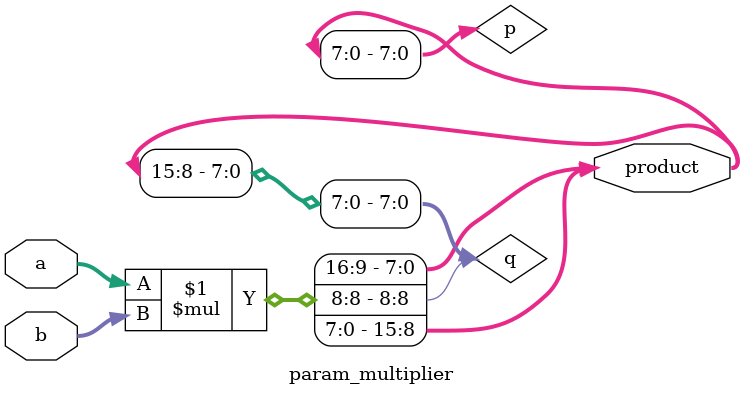
<source format=v>
module param_multiplier #(parameter WIDTH=8) (
    input [WIDTH-1:0] a,
    input [WIDTH-1:0] b,
    output [2*WIDTH-1:0] product
);
    wire [WIDTH-1:0] p;
    wire [WIDTH:0] q;
    assign {p,q} = a * b;
    assign product = {q,p};
endmodule
</source>
